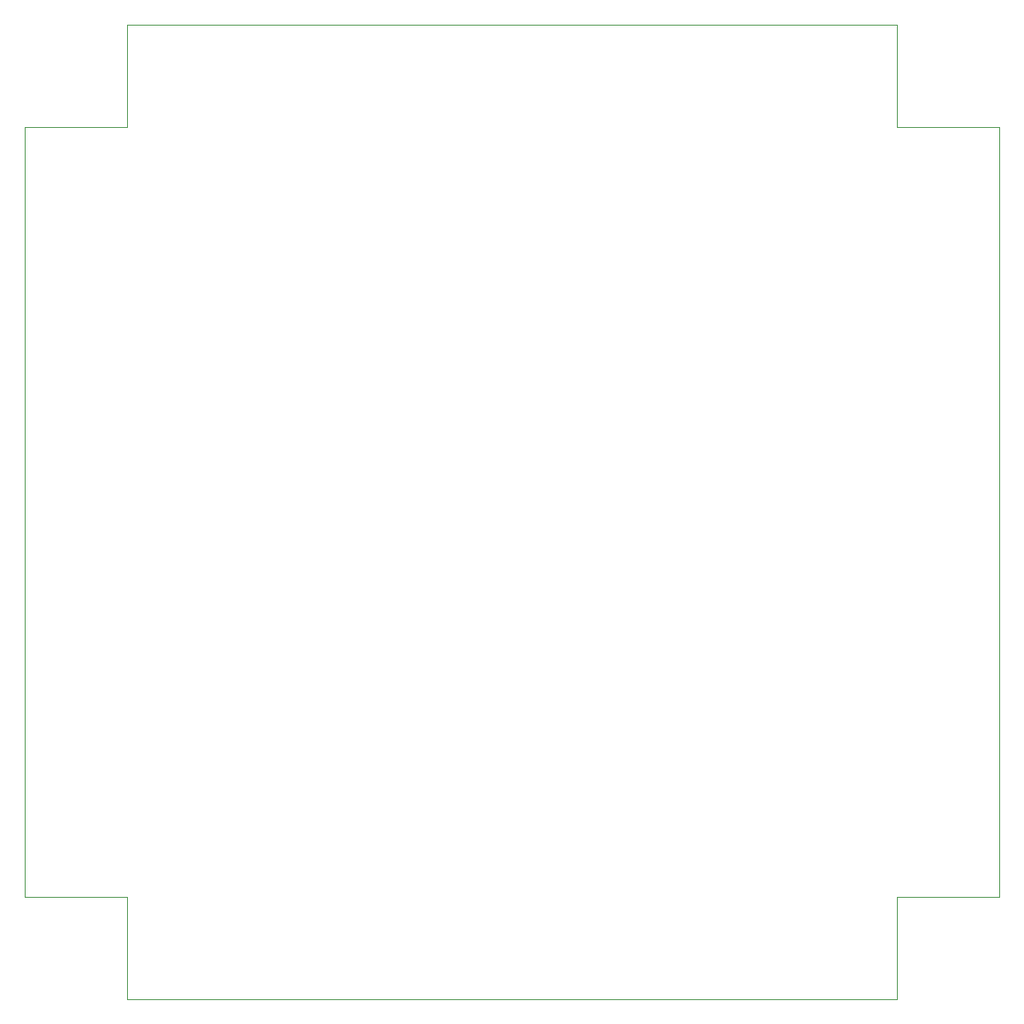
<source format=gbr>
%TF.GenerationSoftware,KiCad,Pcbnew,7.0.5*%
%TF.CreationDate,2023-06-21T14:57:04-07:00*%
%TF.ProjectId,solar-panel-side-Z,736f6c61-722d-4706-916e-656c2d736964,3.1*%
%TF.SameCoordinates,Original*%
%TF.FileFunction,Profile,NP*%
%FSLAX46Y46*%
G04 Gerber Fmt 4.6, Leading zero omitted, Abs format (unit mm)*
G04 Created by KiCad (PCBNEW 7.0.5) date 2023-06-21 14:57:04*
%MOMM*%
%LPD*%
G01*
G04 APERTURE LIST*
%TA.AperFunction,Profile*%
%ADD10C,0.050000*%
%TD*%
G04 APERTURE END LIST*
D10*
X189000000Y-135000000D02*
X110000000Y-135000000D01*
X110000000Y-124500000D02*
X99500000Y-124500000D01*
X110000000Y-45500000D02*
X110000000Y-35000000D01*
X189000000Y-45500000D02*
X199500000Y-45500000D01*
X99500000Y-124500000D02*
X99500000Y-45500000D01*
X199500000Y-124500000D02*
X189000000Y-124500000D01*
X110000000Y-35000000D02*
X189000000Y-35000000D01*
X199500000Y-45500000D02*
X199500000Y-124500000D01*
X189000000Y-124500000D02*
X189000000Y-135000000D01*
X99500000Y-45500000D02*
X110000000Y-45500000D01*
X189000000Y-35000000D02*
X189000000Y-45500000D01*
X110000000Y-135000000D02*
X110000000Y-124500000D01*
M02*

</source>
